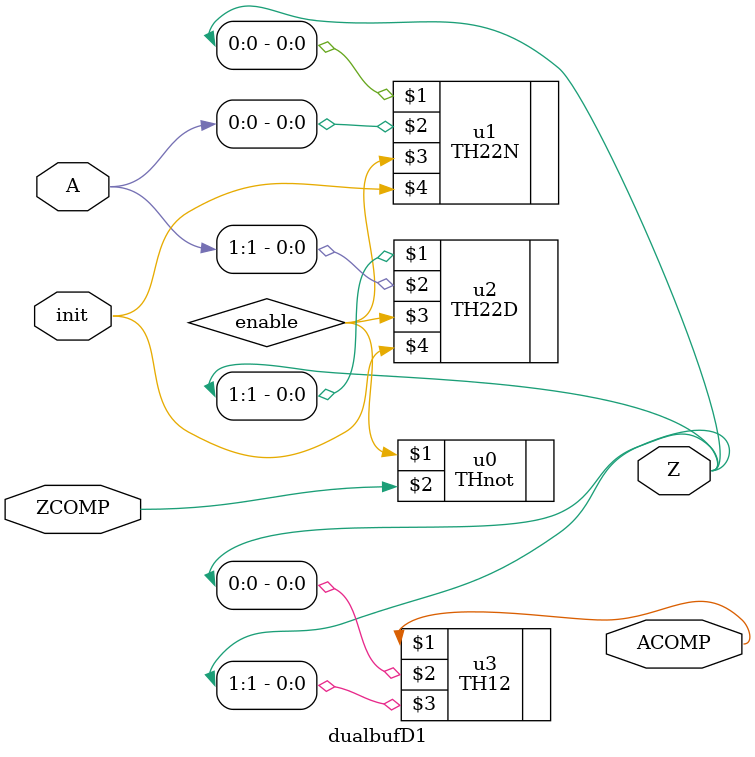
<source format=v>

`timescale 100ps / 1ps

module ring23;

 /* Make an init that pulses once. */
  reg init = 0;
  initial begin
     # 1 init = 1;
     # 20 init = 0;
     # 1000 $stop;
  end
initial
 begin
    $dumpfile("ring23.vcd");
    $dumpvars(0,ring23);
 end

///// Testbench
/////////////////////////////
///// Circuit Under Test
wire [1:0]  A [22:0];
wire [22:0]  COMP;

// one rail 4 stage ring
dualbufD1 u0(A[1], COMP[1], A[0], COMP[0], init);
dualbufN u1(A[2], COMP[2], A[1], COMP[1], init);
dualbufD1 u2(A[3], COMP[3], A[2], COMP[2], init);
dualbufN u3(A[4], COMP[4], A[3], COMP[3], init);
dualbufD1 u4(A[5], COMP[5], A[4], COMP[4], init);
dualbufN u5(A[6], COMP[6], A[5], COMP[5], init);
dualbufD0 u6(A[7], COMP[7], A[6], COMP[6], init);
dualbufN u7(A[8], COMP[8], A[7], COMP[7], init);
dualbufD0 u8(A[9], COMP[9], A[8], COMP[8], init);
dualbufN u9(A[10], COMP[10], A[9], COMP[9], init);
dualbufD0 u10(A[11], COMP[11], A[10], COMP[10], init);
dualbufN u11(A[12], COMP[12], A[11], COMP[11], init);
dualbufD0 u12(A[13], COMP[13], A[12], COMP[12], init);
dualbufN u13(A[14], COMP[14], A[13], COMP[13], init);
dualbufD0 u14(A[15], COMP[15], A[14], COMP[14], init);
dualbufN u15(A[16], COMP[16], A[15], COMP[15], init);
dualbufD0 u16(A[17], COMP[17], A[16], COMP[16], init);
dualbufN u17(A[18], COMP[18], A[17], COMP[17], init);
dualbufD0 u18(A[19], COMP[19], A[18], COMP[18], init);
dualbufN u19(A[20], COMP[20], A[19], COMP[19], init);
dualbufD0 u20(A[21], COMP[21], A[20], COMP[20], init);
dualbufN u21(A[22], COMP[22], A[21], COMP[21], init);
dualbuf u22(A[0], COMP[0], A[22], COMP[22], init);
endmodule

module dualbuf(output [1:0] Z, input ZCOMP, input [1:0] A, output ACOMP, input init);
wire enable;
wire [1:0] X;
THnotN  u0(enable, ZCOMP, init);
//TH12  u4(X[0], A[0], A[1]);
//TH12  u5(X[1], A[1], A[0]);
TH22  u1(Z[0], A[0], enable);
TH22  u2(Z[1], A[1], enable);
TH12  u3(ACOMP, Z[0], Z[1]);
endmodule

module dualbufN(output [1:0] Z, input ZCOMP, input [1:0] A, output ACOMP, input init);
wire enable;
THnotN  u0(enable, ZCOMP, init);
TH22N  u1(Z[0], A[0], enable, init);
TH22N  u2(Z[1], A[1], enable, init);
TH12   u3(ACOMP, Z[0], Z[1]);
endmodule

module dualbufD0(output [1:0] Z, input ZCOMP, input [1:0] A, output ACOMP, input init);
wire enable;
wire [1:0] X;
THnot  u0(enable, ZCOMP);
TH12  u4(X[0], A[0], A[1]);
TH12  u5(X[1], A[1], A[0]);
TH22D  u1(Z[0], X[0], enable, init);
TH22N  u2(Z[1], X[1], enable, init);
TH12   u3(ACOMP, Z[0], Z[1]);
endmodule

module dualbufD1(output [1:0] Z, input ZCOMP, input [1:0] A, output ACOMP, input init);
wire enable;
THnot  u0(enable, ZCOMP);
TH22N  u1(Z[0], A[0], enable, init);
TH22D  u2(Z[1], A[1], enable, init);
TH12   u3(ACOMP, Z[0], Z[1]);
endmodule


</source>
